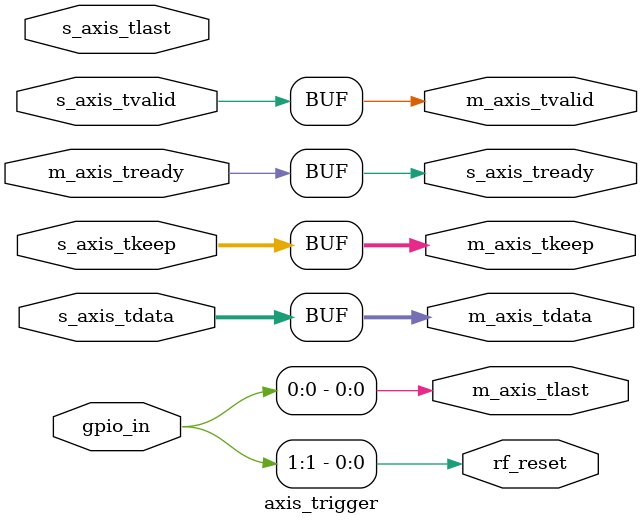
<source format=v>
`timescale 1ns / 1ps


module axis_trigger(
    input wire s_axis_tvalid,
    output wire s_axis_tready,
    input wire [255:0] s_axis_tdata,
    input wire [31:0] s_axis_tkeep,
    input wire s_axis_tlast,
    
    
    input wire [2:0] gpio_in,
    output wire rf_reset,
    //input wire ext_trigger,
    
    
    output wire [255:0] m_axis_tdata,
    output wire [31:0] m_axis_tkeep,
    output wire m_axis_tlast,
    output wire m_axis_tvalid,
    input wire m_axis_tready
    
    );
    
    assign m_axis_tvalid = s_axis_tvalid;
    assign s_axis_tready = m_axis_tready;
    assign m_axis_tdata = s_axis_tdata;
    assign m_axis_tkeep = s_axis_tkeep;
    assign m_axis_tlast = gpio_in[0];
    assign rf_reset = gpio_in[1];
    
endmodule

</source>
